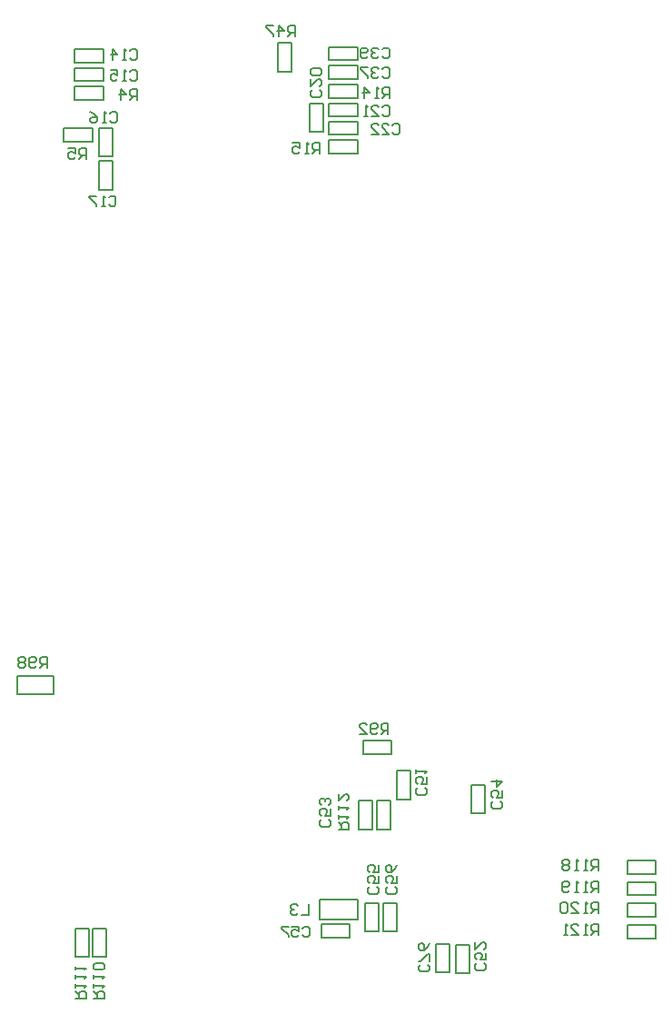
<source format=gbo>
G04 Layer_Color=11599871*
%FSLAX44Y44*%
%MOMM*%
G71*
G01*
G75*
%ADD68C,0.2000*%
D68*
X256750Y164250D02*
X269250D01*
X256750Y137750D02*
X269250D01*
X256750D02*
Y164250D01*
X269250Y137750D02*
Y164250D01*
X-167000Y248750D02*
Y265250D01*
X-133000Y248750D02*
Y265250D01*
X-167000Y248750D02*
X-133000D01*
X-167000Y265250D02*
X-133000D01*
X155750Y192750D02*
Y205250D01*
X182250Y192750D02*
Y205250D01*
X155750Y192750D02*
X182250D01*
X155750Y205250D02*
X182250D01*
X76250Y855250D02*
X88750D01*
X76250Y828750D02*
X88750D01*
X76250D02*
Y855250D01*
X88750Y828750D02*
Y855250D01*
X150250Y752250D02*
Y764750D01*
X123750Y752250D02*
Y764750D01*
X150250D01*
X123750Y752250D02*
X150250D01*
X150250Y804250D02*
Y816750D01*
X123750Y804250D02*
Y816750D01*
X150250D01*
X123750Y804250D02*
X150250D01*
X-123250Y763750D02*
Y776250D01*
X-96750Y763750D02*
Y776250D01*
X-123250Y763750D02*
X-96750D01*
X-123250Y776250D02*
X-96750D01*
X-113250Y802250D02*
Y814750D01*
X-86750Y802250D02*
Y814750D01*
X-113250Y802250D02*
X-86750D01*
X-113250Y814750D02*
X-86750D01*
X115000Y57000D02*
X151000D01*
X115000Y39000D02*
X151000D01*
Y57000D01*
X115000Y39000D02*
Y57000D01*
X174750Y27750D02*
Y54250D01*
X187250Y27750D02*
Y54250D01*
X174750D02*
X187250D01*
X174750Y27750D02*
X187250D01*
X157750Y27750D02*
Y54250D01*
X170250Y27750D02*
Y54250D01*
X157750D02*
X170250D01*
X157750Y27750D02*
X170250D01*
X116750Y21750D02*
X143250D01*
X116750Y34250D02*
X143250D01*
X116750Y21750D02*
Y34250D01*
X143250Y21750D02*
Y34250D01*
X242340Y-11297D02*
Y15203D01*
X254840Y-11297D02*
Y15203D01*
X242340D02*
X254840D01*
X242340Y-11297D02*
X254840D01*
X199840Y150703D02*
Y177203D01*
X187340Y150703D02*
Y177203D01*
Y150703D02*
X199840D01*
X187340Y177203D02*
X199840D01*
X123750Y839250D02*
X150250D01*
X123750Y851750D02*
X150250D01*
X123750Y839250D02*
Y851750D01*
X150250Y839250D02*
Y851750D01*
X123750Y821750D02*
X150250D01*
X123750Y834250D02*
X150250D01*
X123750Y821750D02*
Y834250D01*
X150250Y821750D02*
Y834250D01*
X123750Y782250D02*
X150250D01*
X123750Y769750D02*
X150250D01*
Y782250D01*
X123750Y769750D02*
Y782250D01*
X123750Y799250D02*
X150250D01*
X123750Y786750D02*
X150250D01*
Y799250D01*
X123750Y786750D02*
Y799250D01*
X105750Y772750D02*
Y799250D01*
X118250Y772750D02*
Y799250D01*
X105750D02*
X118250D01*
X105750Y772750D02*
X118250D01*
X-90250Y718750D02*
Y745250D01*
X-77750Y718750D02*
Y745250D01*
X-90250D02*
X-77750D01*
X-90250Y718750D02*
X-77750D01*
X-90250Y749750D02*
Y776250D01*
X-77750Y749750D02*
Y776250D01*
X-90250D02*
X-77750D01*
X-90250Y749750D02*
X-77750D01*
X-113250Y832250D02*
X-86750D01*
X-113250Y819750D02*
X-86750D01*
Y832250D01*
X-113250Y819750D02*
Y832250D01*
Y837250D02*
X-86750D01*
X-113250Y849750D02*
X-86750D01*
X-113250Y837250D02*
Y849750D01*
X-86750Y837250D02*
Y849750D01*
X151750Y149250D02*
X164250D01*
X151750Y122750D02*
X164250D01*
X151750D02*
Y149250D01*
X164250Y122750D02*
Y149250D01*
X181250Y122750D02*
Y149250D01*
X168750Y122750D02*
Y149250D01*
Y122750D02*
X181250D01*
X168750Y149250D02*
X181250D01*
X401750Y81250D02*
X428250D01*
X401750Y93750D02*
X428250D01*
X401750Y81250D02*
Y93750D01*
X428250Y81250D02*
Y93750D01*
X401750Y61250D02*
X428250D01*
X401750Y73750D02*
X428250D01*
X401750Y61250D02*
Y73750D01*
X428250Y61250D02*
Y73750D01*
X401750Y41250D02*
X428250D01*
X401750Y53750D02*
X428250D01*
X401750Y41250D02*
Y53750D01*
X428250Y41250D02*
Y53750D01*
X401750Y21250D02*
X428250D01*
X401750Y33750D02*
X428250D01*
X401750Y21250D02*
Y33750D01*
X428250Y21250D02*
Y33750D01*
X223750Y-10750D02*
X236250D01*
X223750Y15750D02*
X236250D01*
Y-10750D02*
Y15750D01*
X223750Y-10750D02*
Y15750D01*
X-84250Y3750D02*
Y30250D01*
X-96750Y3750D02*
Y30250D01*
Y3750D02*
X-84250D01*
X-96750Y30250D02*
X-84250D01*
X-100250Y3750D02*
Y30250D01*
X-112750Y3750D02*
Y30250D01*
Y3750D02*
X-100250D01*
X-112750Y30250D02*
X-100250D01*
X374788Y24330D02*
Y34327D01*
X369790D01*
X368124Y32661D01*
Y29328D01*
X369790Y27662D01*
X374788D01*
X371456D02*
X368124Y24330D01*
X364791D02*
X361459D01*
X363125D01*
Y34327D01*
X364791Y32661D01*
X349796Y24330D02*
X356461D01*
X349796Y30995D01*
Y32661D01*
X351462Y34327D01*
X354794D01*
X356461Y32661D01*
X346464Y24330D02*
X343131D01*
X344798D01*
Y34327D01*
X346464Y32661D01*
X374788Y44396D02*
Y54393D01*
X369790D01*
X368124Y52727D01*
Y49394D01*
X369790Y47728D01*
X374788D01*
X371456D02*
X368124Y44396D01*
X364791D02*
X361459D01*
X363125D01*
Y54393D01*
X364791Y52727D01*
X349796Y44396D02*
X356461D01*
X349796Y51061D01*
Y52727D01*
X351462Y54393D01*
X354794D01*
X356461Y52727D01*
X346464D02*
X344798Y54393D01*
X341465D01*
X339799Y52727D01*
Y46062D01*
X341465Y44396D01*
X344798D01*
X346464Y46062D01*
Y52727D01*
X374788Y64208D02*
Y74205D01*
X369790D01*
X368124Y72539D01*
Y69206D01*
X369790Y67540D01*
X374788D01*
X371456D02*
X368124Y64208D01*
X364791D02*
X361459D01*
X363125D01*
Y74205D01*
X364791Y72539D01*
X356461Y64208D02*
X353128D01*
X354794D01*
Y74205D01*
X356461Y72539D01*
X348130Y65874D02*
X346464Y64208D01*
X343131D01*
X341465Y65874D01*
Y72539D01*
X343131Y74205D01*
X346464D01*
X348130Y72539D01*
Y70873D01*
X346464Y69206D01*
X341465D01*
X374788Y84274D02*
Y94271D01*
X369790D01*
X368124Y92605D01*
Y89272D01*
X369790Y87606D01*
X374788D01*
X371456D02*
X368124Y84274D01*
X364791D02*
X361459D01*
X363125D01*
Y94271D01*
X364791Y92605D01*
X356461Y84274D02*
X353128D01*
X354794D01*
Y94271D01*
X356461Y92605D01*
X348130D02*
X346464Y94271D01*
X343131D01*
X341465Y92605D01*
Y90939D01*
X343131Y89272D01*
X341465Y87606D01*
Y85940D01*
X343131Y84274D01*
X346464D01*
X348130Y85940D01*
Y87606D01*
X346464Y89272D01*
X348130Y90939D01*
Y92605D01*
X346464Y89272D02*
X343131D01*
X132500Y122500D02*
X142497D01*
Y127498D01*
X140831Y129164D01*
X137498D01*
X135832Y127498D01*
Y122500D01*
Y125832D02*
X132500Y129164D01*
Y132497D02*
Y135829D01*
Y134163D01*
X142497D01*
X140831Y132497D01*
X132500Y140827D02*
Y144160D01*
Y142494D01*
X142497D01*
X140831Y140827D01*
X132500Y155823D02*
Y149158D01*
X139164Y155823D01*
X140831D01*
X142497Y154157D01*
Y150824D01*
X140831Y149158D01*
X-112500Y-35000D02*
X-102503D01*
Y-30002D01*
X-104169Y-28335D01*
X-107502D01*
X-109168Y-30002D01*
Y-35000D01*
Y-31668D02*
X-112500Y-28335D01*
Y-25003D02*
Y-21671D01*
Y-23337D01*
X-102503D01*
X-104169Y-25003D01*
X-112500Y-16673D02*
Y-13340D01*
Y-15006D01*
X-102503D01*
X-104169Y-16673D01*
X-112500Y-8342D02*
Y-5010D01*
Y-6676D01*
X-102503D01*
X-104169Y-8342D01*
X-95500Y-35000D02*
X-85503D01*
Y-30002D01*
X-87169Y-28335D01*
X-90502D01*
X-92168Y-30002D01*
Y-35000D01*
Y-31668D02*
X-95500Y-28335D01*
Y-25003D02*
Y-21671D01*
Y-23337D01*
X-85503D01*
X-87169Y-25003D01*
X-95500Y-16673D02*
Y-13340D01*
Y-15006D01*
X-85503D01*
X-87169Y-16673D01*
Y-8342D02*
X-85503Y-6676D01*
Y-3344D01*
X-87169Y-1677D01*
X-93834D01*
X-95500Y-3344D01*
Y-6676D01*
X-93834Y-8342D01*
X-87169D01*
X215831Y-3336D02*
X217497Y-5002D01*
Y-8334D01*
X215831Y-10000D01*
X209166D01*
X207500Y-8334D01*
Y-5002D01*
X209166Y-3336D01*
X217497Y-3D02*
Y6661D01*
X215831D01*
X209166Y-3D01*
X207500D01*
X217497Y16658D02*
X215831Y13326D01*
X212498Y9994D01*
X209166D01*
X207500Y11660D01*
Y14992D01*
X209166Y16658D01*
X210832D01*
X212498Y14992D01*
Y9994D01*
X123331Y131664D02*
X124997Y129998D01*
Y126666D01*
X123331Y125000D01*
X116666D01*
X115000Y126666D01*
Y129998D01*
X116666Y131664D01*
X124997Y141661D02*
Y134997D01*
X119998D01*
X121664Y138329D01*
Y139995D01*
X119998Y141661D01*
X116666D01*
X115000Y139995D01*
Y136663D01*
X116666Y134997D01*
X123331Y144994D02*
X124997Y146660D01*
Y149992D01*
X123331Y151658D01*
X121664D01*
X119998Y149992D01*
Y148326D01*
Y149992D01*
X118332Y151658D01*
X116666D01*
X115000Y149992D01*
Y146660D01*
X116666Y144994D01*
X-61665Y848331D02*
X-59998Y849997D01*
X-56666D01*
X-55000Y848331D01*
Y841666D01*
X-56666Y840000D01*
X-59998D01*
X-61665Y841666D01*
X-64997Y840000D02*
X-68329D01*
X-66663D01*
Y849997D01*
X-64997Y848331D01*
X-78326Y840000D02*
Y849997D01*
X-73327Y844998D01*
X-79992D01*
X-61665Y828331D02*
X-59998Y829997D01*
X-56666D01*
X-55000Y828331D01*
Y821666D01*
X-56666Y820000D01*
X-59998D01*
X-61665Y821666D01*
X-64997Y820000D02*
X-68329D01*
X-66663D01*
Y829997D01*
X-64997Y828331D01*
X-79992Y829997D02*
X-73327D01*
Y824998D01*
X-76660Y826665D01*
X-78326D01*
X-79992Y824998D01*
Y821666D01*
X-78326Y820000D01*
X-74994D01*
X-73327Y821666D01*
X-80665Y789331D02*
X-78998Y790997D01*
X-75666D01*
X-74000Y789331D01*
Y782666D01*
X-75666Y781000D01*
X-78998D01*
X-80665Y782666D01*
X-83997Y781000D02*
X-87329D01*
X-85663D01*
Y790997D01*
X-83997Y789331D01*
X-98992Y790997D02*
X-95660Y789331D01*
X-92327Y785998D01*
Y782666D01*
X-93994Y781000D01*
X-97326D01*
X-98992Y782666D01*
Y784332D01*
X-97326Y785998D01*
X-92327D01*
X-81664Y711331D02*
X-79998Y712997D01*
X-76666D01*
X-75000Y711331D01*
Y704666D01*
X-76666Y703000D01*
X-79998D01*
X-81664Y704666D01*
X-84997Y703000D02*
X-88329D01*
X-86663D01*
Y712997D01*
X-84997Y711331D01*
X-93327Y712997D02*
X-99992D01*
Y711331D01*
X-93327Y704666D01*
Y703000D01*
X115331Y811665D02*
X116997Y809998D01*
Y806666D01*
X115331Y805000D01*
X108666D01*
X107000Y806666D01*
Y809998D01*
X108666Y811665D01*
X107000Y821661D02*
Y814997D01*
X113665Y821661D01*
X115331D01*
X116997Y819995D01*
Y816663D01*
X115331Y814997D01*
Y824994D02*
X116997Y826660D01*
Y829992D01*
X115331Y831658D01*
X108666D01*
X107000Y829992D01*
Y826660D01*
X108666Y824994D01*
X115331D01*
X173335Y795831D02*
X175002Y797497D01*
X178334D01*
X180000Y795831D01*
Y789166D01*
X178334Y787500D01*
X175002D01*
X173335Y789166D01*
X163339Y787500D02*
X170003D01*
X163339Y794165D01*
Y795831D01*
X165005Y797497D01*
X168337D01*
X170003Y795831D01*
X160006Y787500D02*
X156674D01*
X158340D01*
Y797497D01*
X160006Y795831D01*
X183088Y778503D02*
X184754Y780169D01*
X188086D01*
X189752Y778503D01*
Y771839D01*
X188086Y770173D01*
X184754D01*
X183088Y771839D01*
X173091Y770173D02*
X179755D01*
X173091Y776837D01*
Y778503D01*
X174757Y780169D01*
X178089D01*
X179755Y778503D01*
X163094Y770173D02*
X169758D01*
X163094Y776837D01*
Y778503D01*
X164760Y780169D01*
X168092D01*
X169758Y778503D01*
X173335Y830831D02*
X175002Y832497D01*
X178334D01*
X180000Y830831D01*
Y824166D01*
X178334Y822500D01*
X175002D01*
X173335Y824166D01*
X170003Y830831D02*
X168337Y832497D01*
X165005D01*
X163339Y830831D01*
Y829165D01*
X165005Y827498D01*
X166671D01*
X165005D01*
X163339Y825832D01*
Y824166D01*
X165005Y822500D01*
X168337D01*
X170003Y824166D01*
X160006Y832497D02*
X153342D01*
Y830831D01*
X160006Y824166D01*
Y822500D01*
X173335Y849331D02*
X175002Y850997D01*
X178334D01*
X180000Y849331D01*
Y842666D01*
X178334Y841000D01*
X175002D01*
X173335Y842666D01*
X170003Y849331D02*
X168337Y850997D01*
X165005D01*
X163339Y849331D01*
Y847664D01*
X165005Y845998D01*
X166671D01*
X165005D01*
X163339Y844332D01*
Y842666D01*
X165005Y841000D01*
X168337D01*
X170003Y842666D01*
X160006D02*
X158340Y841000D01*
X155008D01*
X153342Y842666D01*
Y849331D01*
X155008Y850997D01*
X158340D01*
X160006Y849331D01*
Y847664D01*
X158340Y845998D01*
X153342D01*
X213331Y161665D02*
X214997Y159998D01*
Y156666D01*
X213331Y155000D01*
X206666D01*
X205000Y156666D01*
Y159998D01*
X206666Y161665D01*
X214997Y171661D02*
Y164997D01*
X209998D01*
X211665Y168329D01*
Y169995D01*
X209998Y171661D01*
X206666D01*
X205000Y169995D01*
Y166663D01*
X206666Y164997D01*
X205000Y174993D02*
Y178326D01*
Y176660D01*
X214997D01*
X213331Y174993D01*
X268331Y-2335D02*
X269997Y-4002D01*
Y-7334D01*
X268331Y-9000D01*
X261666D01*
X260000Y-7334D01*
Y-4002D01*
X261666Y-2335D01*
X269997Y7661D02*
Y997D01*
X264998D01*
X266665Y4329D01*
Y5995D01*
X264998Y7661D01*
X261666D01*
X260000Y5995D01*
Y2663D01*
X261666Y997D01*
X260000Y17658D02*
Y10993D01*
X266665Y17658D01*
X268331D01*
X269997Y15992D01*
Y12660D01*
X268331Y10993D01*
X99232Y30582D02*
X100898Y32248D01*
X104230D01*
X105896Y30582D01*
Y23918D01*
X104230Y22251D01*
X100898D01*
X99232Y23918D01*
X89235Y32248D02*
X95899D01*
Y27250D01*
X92567Y28916D01*
X90901D01*
X89235Y27250D01*
Y23918D01*
X90901Y22251D01*
X94233D01*
X95899Y23918D01*
X85903Y32248D02*
X79238D01*
Y30582D01*
X85903Y23918D01*
Y22251D01*
X168331Y69165D02*
X169997Y67498D01*
Y64166D01*
X168331Y62500D01*
X161666D01*
X160000Y64166D01*
Y67498D01*
X161666Y69165D01*
X169997Y79161D02*
Y72497D01*
X164998D01*
X166665Y75829D01*
Y77495D01*
X164998Y79161D01*
X161666D01*
X160000Y77495D01*
Y74163D01*
X161666Y72497D01*
X169997Y89158D02*
Y82494D01*
X164998D01*
X166665Y85826D01*
Y87492D01*
X164998Y89158D01*
X161666D01*
X160000Y87492D01*
Y84160D01*
X161666Y82494D01*
X185421Y69165D02*
X187087Y67498D01*
Y64166D01*
X185421Y62500D01*
X178756D01*
X177090Y64166D01*
Y67498D01*
X178756Y69165D01*
X187087Y79161D02*
Y72497D01*
X182088D01*
X183754Y75829D01*
Y77495D01*
X182088Y79161D01*
X178756D01*
X177090Y77495D01*
Y74163D01*
X178756Y72497D01*
X187087Y89158D02*
X185421Y85826D01*
X182088Y82494D01*
X178756D01*
X177090Y84160D01*
Y87492D01*
X178756Y89158D01*
X180422D01*
X182088Y87492D01*
Y82494D01*
X105000Y52997D02*
Y43000D01*
X98336D01*
X95003Y51331D02*
X93337Y52997D01*
X90005D01*
X88339Y51331D01*
Y49665D01*
X90005Y47998D01*
X91671D01*
X90005D01*
X88339Y46332D01*
Y44666D01*
X90005Y43000D01*
X93337D01*
X95003Y44666D01*
X-55000Y802500D02*
Y812497D01*
X-59998D01*
X-61665Y810831D01*
Y807498D01*
X-59998Y805832D01*
X-55000D01*
X-58332D02*
X-61665Y802500D01*
X-69995D02*
Y812497D01*
X-64997Y807498D01*
X-71661D01*
X-102500Y747500D02*
Y757497D01*
X-107498D01*
X-109164Y755831D01*
Y752498D01*
X-107498Y750832D01*
X-102500D01*
X-105832D02*
X-109164Y747500D01*
X-119161Y757497D02*
X-112497D01*
Y752498D01*
X-115829Y754165D01*
X-117495D01*
X-119161Y752498D01*
Y749166D01*
X-117495Y747500D01*
X-114163D01*
X-112497Y749166D01*
X180000Y804000D02*
Y813997D01*
X175002D01*
X173335Y812331D01*
Y808998D01*
X175002Y807332D01*
X180000D01*
X176668D02*
X173335Y804000D01*
X170003D02*
X166671D01*
X168337D01*
Y813997D01*
X170003Y812331D01*
X156674Y804000D02*
Y813997D01*
X161672Y808998D01*
X155008D01*
X115000Y752500D02*
Y762497D01*
X110002D01*
X108336Y760831D01*
Y757498D01*
X110002Y755832D01*
X115000D01*
X111668D02*
X108336Y752500D01*
X105003D02*
X101671D01*
X103337D01*
Y762497D01*
X105003Y760831D01*
X90008Y762497D02*
X96673D01*
Y757498D01*
X93340Y759165D01*
X91674D01*
X90008Y757498D01*
Y754166D01*
X91674Y752500D01*
X95006D01*
X96673Y754166D01*
X92000Y862000D02*
Y871997D01*
X87002D01*
X85336Y870331D01*
Y866998D01*
X87002Y865332D01*
X92000D01*
X88668D02*
X85336Y862000D01*
X77005D02*
Y871997D01*
X82003Y866998D01*
X75339D01*
X72006Y871997D02*
X65342D01*
Y870331D01*
X72006Y863666D01*
Y862000D01*
X179000Y211410D02*
Y221407D01*
X174002D01*
X172335Y219741D01*
Y216409D01*
X174002Y214742D01*
X179000D01*
X175668D02*
X172335Y211410D01*
X169003Y213076D02*
X167337Y211410D01*
X164005D01*
X162339Y213076D01*
Y219741D01*
X164005Y221407D01*
X167337D01*
X169003Y219741D01*
Y218075D01*
X167337Y216409D01*
X162339D01*
X152342Y211410D02*
X159006D01*
X152342Y218075D01*
Y219741D01*
X154008Y221407D01*
X157340D01*
X159006Y219741D01*
X-139000Y273000D02*
Y282997D01*
X-143998D01*
X-145665Y281331D01*
Y277998D01*
X-143998Y276332D01*
X-139000D01*
X-142332D02*
X-145665Y273000D01*
X-148997Y274666D02*
X-150663Y273000D01*
X-153995D01*
X-155661Y274666D01*
Y281331D01*
X-153995Y282997D01*
X-150663D01*
X-148997Y281331D01*
Y279664D01*
X-150663Y277998D01*
X-155661D01*
X-158994Y281331D02*
X-160660Y282997D01*
X-163992D01*
X-165658Y281331D01*
Y279664D01*
X-163992Y277998D01*
X-165658Y276332D01*
Y274666D01*
X-163992Y273000D01*
X-160660D01*
X-158994Y274666D01*
Y276332D01*
X-160660Y277998D01*
X-158994Y279664D01*
Y281331D01*
X-160660Y277998D02*
X-163992D01*
X283331Y148665D02*
X284997Y146998D01*
Y143666D01*
X283331Y142000D01*
X276666D01*
X275000Y143666D01*
Y146998D01*
X276666Y148665D01*
X284997Y158661D02*
Y151997D01*
X279998D01*
X281665Y155329D01*
Y156995D01*
X279998Y158661D01*
X276666D01*
X275000Y156995D01*
Y153663D01*
X276666Y151997D01*
X275000Y166992D02*
X284997D01*
X279998Y161994D01*
Y168658D01*
M02*

</source>
